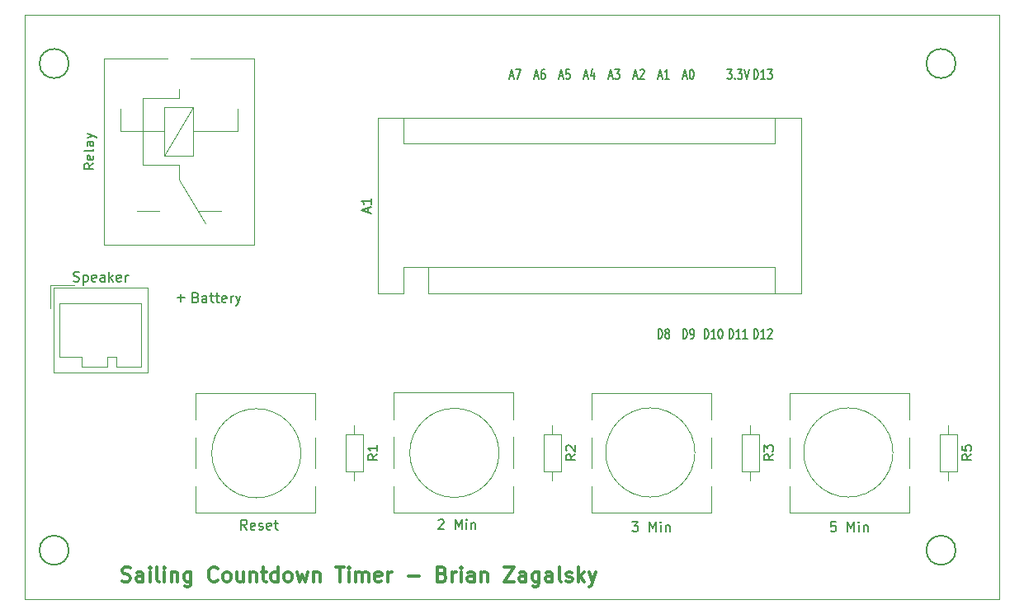
<source format=gbr>
%TF.GenerationSoftware,KiCad,Pcbnew,(6.0.7)*%
%TF.CreationDate,2023-03-20T00:03:39-04:00*%
%TF.ProjectId,timer,74696d65-722e-46b6-9963-61645f706362,rev?*%
%TF.SameCoordinates,Original*%
%TF.FileFunction,Legend,Top*%
%TF.FilePolarity,Positive*%
%FSLAX46Y46*%
G04 Gerber Fmt 4.6, Leading zero omitted, Abs format (unit mm)*
G04 Created by KiCad (PCBNEW (6.0.7)) date 2023-03-20 00:03:39*
%MOMM*%
%LPD*%
G01*
G04 APERTURE LIST*
%ADD10C,0.150000*%
%TA.AperFunction,Profile*%
%ADD11C,0.150000*%
%TD*%
%ADD12C,0.300000*%
%TA.AperFunction,Profile*%
%ADD13C,0.100000*%
%TD*%
%ADD14C,0.120000*%
G04 APERTURE END LIST*
D10*
X132639047Y-84069428D02*
X133400952Y-84069428D01*
X133020000Y-84450380D02*
X133020000Y-83688476D01*
D11*
X121500000Y-60000000D02*
G75*
G03*
X121500000Y-60000000I-1500000J0D01*
G01*
X212500000Y-60000000D02*
G75*
G03*
X212500000Y-60000000I-1500000J0D01*
G01*
D12*
X126971485Y-113154742D02*
X127185771Y-113226171D01*
X127542914Y-113226171D01*
X127685771Y-113154742D01*
X127757200Y-113083314D01*
X127828628Y-112940457D01*
X127828628Y-112797600D01*
X127757200Y-112654742D01*
X127685771Y-112583314D01*
X127542914Y-112511885D01*
X127257200Y-112440457D01*
X127114342Y-112369028D01*
X127042914Y-112297600D01*
X126971485Y-112154742D01*
X126971485Y-112011885D01*
X127042914Y-111869028D01*
X127114342Y-111797600D01*
X127257200Y-111726171D01*
X127614342Y-111726171D01*
X127828628Y-111797600D01*
X129114342Y-113226171D02*
X129114342Y-112440457D01*
X129042914Y-112297600D01*
X128900057Y-112226171D01*
X128614342Y-112226171D01*
X128471485Y-112297600D01*
X129114342Y-113154742D02*
X128971485Y-113226171D01*
X128614342Y-113226171D01*
X128471485Y-113154742D01*
X128400057Y-113011885D01*
X128400057Y-112869028D01*
X128471485Y-112726171D01*
X128614342Y-112654742D01*
X128971485Y-112654742D01*
X129114342Y-112583314D01*
X129828628Y-113226171D02*
X129828628Y-112226171D01*
X129828628Y-111726171D02*
X129757200Y-111797600D01*
X129828628Y-111869028D01*
X129900057Y-111797600D01*
X129828628Y-111726171D01*
X129828628Y-111869028D01*
X130757200Y-113226171D02*
X130614342Y-113154742D01*
X130542914Y-113011885D01*
X130542914Y-111726171D01*
X131328628Y-113226171D02*
X131328628Y-112226171D01*
X131328628Y-111726171D02*
X131257200Y-111797600D01*
X131328628Y-111869028D01*
X131400057Y-111797600D01*
X131328628Y-111726171D01*
X131328628Y-111869028D01*
X132042914Y-112226171D02*
X132042914Y-113226171D01*
X132042914Y-112369028D02*
X132114342Y-112297600D01*
X132257200Y-112226171D01*
X132471485Y-112226171D01*
X132614342Y-112297600D01*
X132685771Y-112440457D01*
X132685771Y-113226171D01*
X134042914Y-112226171D02*
X134042914Y-113440457D01*
X133971485Y-113583314D01*
X133900057Y-113654742D01*
X133757200Y-113726171D01*
X133542914Y-113726171D01*
X133400057Y-113654742D01*
X134042914Y-113154742D02*
X133900057Y-113226171D01*
X133614342Y-113226171D01*
X133471485Y-113154742D01*
X133400057Y-113083314D01*
X133328628Y-112940457D01*
X133328628Y-112511885D01*
X133400057Y-112369028D01*
X133471485Y-112297600D01*
X133614342Y-112226171D01*
X133900057Y-112226171D01*
X134042914Y-112297600D01*
X136757200Y-113083314D02*
X136685771Y-113154742D01*
X136471485Y-113226171D01*
X136328628Y-113226171D01*
X136114342Y-113154742D01*
X135971485Y-113011885D01*
X135900057Y-112869028D01*
X135828628Y-112583314D01*
X135828628Y-112369028D01*
X135900057Y-112083314D01*
X135971485Y-111940457D01*
X136114342Y-111797600D01*
X136328628Y-111726171D01*
X136471485Y-111726171D01*
X136685771Y-111797600D01*
X136757200Y-111869028D01*
X137614342Y-113226171D02*
X137471485Y-113154742D01*
X137400057Y-113083314D01*
X137328628Y-112940457D01*
X137328628Y-112511885D01*
X137400057Y-112369028D01*
X137471485Y-112297600D01*
X137614342Y-112226171D01*
X137828628Y-112226171D01*
X137971485Y-112297600D01*
X138042914Y-112369028D01*
X138114342Y-112511885D01*
X138114342Y-112940457D01*
X138042914Y-113083314D01*
X137971485Y-113154742D01*
X137828628Y-113226171D01*
X137614342Y-113226171D01*
X139400057Y-112226171D02*
X139400057Y-113226171D01*
X138757200Y-112226171D02*
X138757200Y-113011885D01*
X138828628Y-113154742D01*
X138971485Y-113226171D01*
X139185771Y-113226171D01*
X139328628Y-113154742D01*
X139400057Y-113083314D01*
X140114342Y-112226171D02*
X140114342Y-113226171D01*
X140114342Y-112369028D02*
X140185771Y-112297600D01*
X140328628Y-112226171D01*
X140542914Y-112226171D01*
X140685771Y-112297600D01*
X140757200Y-112440457D01*
X140757200Y-113226171D01*
X141257200Y-112226171D02*
X141828628Y-112226171D01*
X141471485Y-111726171D02*
X141471485Y-113011885D01*
X141542914Y-113154742D01*
X141685771Y-113226171D01*
X141828628Y-113226171D01*
X142971485Y-113226171D02*
X142971485Y-111726171D01*
X142971485Y-113154742D02*
X142828628Y-113226171D01*
X142542914Y-113226171D01*
X142400057Y-113154742D01*
X142328628Y-113083314D01*
X142257200Y-112940457D01*
X142257200Y-112511885D01*
X142328628Y-112369028D01*
X142400057Y-112297600D01*
X142542914Y-112226171D01*
X142828628Y-112226171D01*
X142971485Y-112297600D01*
X143900057Y-113226171D02*
X143757200Y-113154742D01*
X143685771Y-113083314D01*
X143614342Y-112940457D01*
X143614342Y-112511885D01*
X143685771Y-112369028D01*
X143757200Y-112297600D01*
X143900057Y-112226171D01*
X144114342Y-112226171D01*
X144257200Y-112297600D01*
X144328628Y-112369028D01*
X144400057Y-112511885D01*
X144400057Y-112940457D01*
X144328628Y-113083314D01*
X144257200Y-113154742D01*
X144114342Y-113226171D01*
X143900057Y-113226171D01*
X144900057Y-112226171D02*
X145185771Y-113226171D01*
X145471485Y-112511885D01*
X145757200Y-113226171D01*
X146042914Y-112226171D01*
X146614342Y-112226171D02*
X146614342Y-113226171D01*
X146614342Y-112369028D02*
X146685771Y-112297600D01*
X146828628Y-112226171D01*
X147042914Y-112226171D01*
X147185771Y-112297600D01*
X147257200Y-112440457D01*
X147257200Y-113226171D01*
X148900057Y-111726171D02*
X149757200Y-111726171D01*
X149328628Y-113226171D02*
X149328628Y-111726171D01*
X150257200Y-113226171D02*
X150257200Y-112226171D01*
X150257200Y-111726171D02*
X150185771Y-111797600D01*
X150257200Y-111869028D01*
X150328628Y-111797600D01*
X150257200Y-111726171D01*
X150257200Y-111869028D01*
X150971485Y-113226171D02*
X150971485Y-112226171D01*
X150971485Y-112369028D02*
X151042914Y-112297600D01*
X151185771Y-112226171D01*
X151400057Y-112226171D01*
X151542914Y-112297600D01*
X151614342Y-112440457D01*
X151614342Y-113226171D01*
X151614342Y-112440457D02*
X151685771Y-112297600D01*
X151828628Y-112226171D01*
X152042914Y-112226171D01*
X152185771Y-112297600D01*
X152257200Y-112440457D01*
X152257200Y-113226171D01*
X153542914Y-113154742D02*
X153400057Y-113226171D01*
X153114342Y-113226171D01*
X152971485Y-113154742D01*
X152900057Y-113011885D01*
X152900057Y-112440457D01*
X152971485Y-112297600D01*
X153114342Y-112226171D01*
X153400057Y-112226171D01*
X153542914Y-112297600D01*
X153614342Y-112440457D01*
X153614342Y-112583314D01*
X152900057Y-112726171D01*
X154257200Y-113226171D02*
X154257200Y-112226171D01*
X154257200Y-112511885D02*
X154328628Y-112369028D01*
X154400057Y-112297600D01*
X154542914Y-112226171D01*
X154685771Y-112226171D01*
X156328628Y-112654742D02*
X157471485Y-112654742D01*
X159828628Y-112440457D02*
X160042914Y-112511885D01*
X160114342Y-112583314D01*
X160185771Y-112726171D01*
X160185771Y-112940457D01*
X160114342Y-113083314D01*
X160042914Y-113154742D01*
X159900057Y-113226171D01*
X159328628Y-113226171D01*
X159328628Y-111726171D01*
X159828628Y-111726171D01*
X159971485Y-111797600D01*
X160042914Y-111869028D01*
X160114342Y-112011885D01*
X160114342Y-112154742D01*
X160042914Y-112297600D01*
X159971485Y-112369028D01*
X159828628Y-112440457D01*
X159328628Y-112440457D01*
X160828628Y-113226171D02*
X160828628Y-112226171D01*
X160828628Y-112511885D02*
X160900057Y-112369028D01*
X160971485Y-112297600D01*
X161114342Y-112226171D01*
X161257200Y-112226171D01*
X161757200Y-113226171D02*
X161757200Y-112226171D01*
X161757200Y-111726171D02*
X161685771Y-111797600D01*
X161757200Y-111869028D01*
X161828628Y-111797600D01*
X161757200Y-111726171D01*
X161757200Y-111869028D01*
X163114342Y-113226171D02*
X163114342Y-112440457D01*
X163042914Y-112297600D01*
X162900057Y-112226171D01*
X162614342Y-112226171D01*
X162471485Y-112297600D01*
X163114342Y-113154742D02*
X162971485Y-113226171D01*
X162614342Y-113226171D01*
X162471485Y-113154742D01*
X162400057Y-113011885D01*
X162400057Y-112869028D01*
X162471485Y-112726171D01*
X162614342Y-112654742D01*
X162971485Y-112654742D01*
X163114342Y-112583314D01*
X163828628Y-112226171D02*
X163828628Y-113226171D01*
X163828628Y-112369028D02*
X163900057Y-112297600D01*
X164042914Y-112226171D01*
X164257200Y-112226171D01*
X164400057Y-112297600D01*
X164471485Y-112440457D01*
X164471485Y-113226171D01*
X166185771Y-111726171D02*
X167185771Y-111726171D01*
X166185771Y-113226171D01*
X167185771Y-113226171D01*
X168400057Y-113226171D02*
X168400057Y-112440457D01*
X168328628Y-112297600D01*
X168185771Y-112226171D01*
X167900057Y-112226171D01*
X167757200Y-112297600D01*
X168400057Y-113154742D02*
X168257200Y-113226171D01*
X167900057Y-113226171D01*
X167757200Y-113154742D01*
X167685771Y-113011885D01*
X167685771Y-112869028D01*
X167757200Y-112726171D01*
X167900057Y-112654742D01*
X168257200Y-112654742D01*
X168400057Y-112583314D01*
X169757200Y-112226171D02*
X169757200Y-113440457D01*
X169685771Y-113583314D01*
X169614342Y-113654742D01*
X169471485Y-113726171D01*
X169257200Y-113726171D01*
X169114342Y-113654742D01*
X169757200Y-113154742D02*
X169614342Y-113226171D01*
X169328628Y-113226171D01*
X169185771Y-113154742D01*
X169114342Y-113083314D01*
X169042914Y-112940457D01*
X169042914Y-112511885D01*
X169114342Y-112369028D01*
X169185771Y-112297600D01*
X169328628Y-112226171D01*
X169614342Y-112226171D01*
X169757200Y-112297600D01*
X171114342Y-113226171D02*
X171114342Y-112440457D01*
X171042914Y-112297600D01*
X170900057Y-112226171D01*
X170614342Y-112226171D01*
X170471485Y-112297600D01*
X171114342Y-113154742D02*
X170971485Y-113226171D01*
X170614342Y-113226171D01*
X170471485Y-113154742D01*
X170400057Y-113011885D01*
X170400057Y-112869028D01*
X170471485Y-112726171D01*
X170614342Y-112654742D01*
X170971485Y-112654742D01*
X171114342Y-112583314D01*
X172042914Y-113226171D02*
X171900057Y-113154742D01*
X171828628Y-113011885D01*
X171828628Y-111726171D01*
X172542914Y-113154742D02*
X172685771Y-113226171D01*
X172971485Y-113226171D01*
X173114342Y-113154742D01*
X173185771Y-113011885D01*
X173185771Y-112940457D01*
X173114342Y-112797600D01*
X172971485Y-112726171D01*
X172757200Y-112726171D01*
X172614342Y-112654742D01*
X172542914Y-112511885D01*
X172542914Y-112440457D01*
X172614342Y-112297600D01*
X172757200Y-112226171D01*
X172971485Y-112226171D01*
X173114342Y-112297600D01*
X173828628Y-113226171D02*
X173828628Y-111726171D01*
X173971485Y-112654742D02*
X174400057Y-113226171D01*
X174400057Y-112226171D02*
X173828628Y-112797600D01*
X174900057Y-112226171D02*
X175257200Y-113226171D01*
X175614342Y-112226171D02*
X175257200Y-113226171D01*
X175114342Y-113583314D01*
X175042914Y-113654742D01*
X174900057Y-113726171D01*
D11*
X121500000Y-110000000D02*
G75*
G03*
X121500000Y-110000000I-1500000J0D01*
G01*
D13*
X117000000Y-55000000D02*
X217000000Y-55000000D01*
X217000000Y-55000000D02*
X217000000Y-115000000D01*
X217000000Y-115000000D02*
X117000000Y-115000000D01*
X117000000Y-115000000D02*
X117000000Y-55000000D01*
D11*
X212500000Y-110000000D02*
G75*
G03*
X212500000Y-110000000I-1500000J0D01*
G01*
D10*
%TO.C,3.3V*%
X189062857Y-60590380D02*
X189527142Y-60590380D01*
X189277142Y-60971333D01*
X189384285Y-60971333D01*
X189455714Y-61018952D01*
X189491428Y-61066571D01*
X189527142Y-61161809D01*
X189527142Y-61399904D01*
X189491428Y-61495142D01*
X189455714Y-61542761D01*
X189384285Y-61590380D01*
X189170000Y-61590380D01*
X189098571Y-61542761D01*
X189062857Y-61495142D01*
X189848571Y-61495142D02*
X189884285Y-61542761D01*
X189848571Y-61590380D01*
X189812857Y-61542761D01*
X189848571Y-61495142D01*
X189848571Y-61590380D01*
X190134285Y-60590380D02*
X190598571Y-60590380D01*
X190348571Y-60971333D01*
X190455714Y-60971333D01*
X190527142Y-61018952D01*
X190562857Y-61066571D01*
X190598571Y-61161809D01*
X190598571Y-61399904D01*
X190562857Y-61495142D01*
X190527142Y-61542761D01*
X190455714Y-61590380D01*
X190241428Y-61590380D01*
X190170000Y-61542761D01*
X190134285Y-61495142D01*
X190812857Y-60590380D02*
X191062857Y-61590380D01*
X191312857Y-60590380D01*
%TO.C,D13*%
X191799285Y-61590380D02*
X191799285Y-60590380D01*
X191977857Y-60590380D01*
X192085000Y-60638000D01*
X192156428Y-60733238D01*
X192192142Y-60828476D01*
X192227857Y-61018952D01*
X192227857Y-61161809D01*
X192192142Y-61352285D01*
X192156428Y-61447523D01*
X192085000Y-61542761D01*
X191977857Y-61590380D01*
X191799285Y-61590380D01*
X192942142Y-61590380D02*
X192513571Y-61590380D01*
X192727857Y-61590380D02*
X192727857Y-60590380D01*
X192656428Y-60733238D01*
X192585000Y-60828476D01*
X192513571Y-60876095D01*
X193192142Y-60590380D02*
X193656428Y-60590380D01*
X193406428Y-60971333D01*
X193513571Y-60971333D01*
X193585000Y-61018952D01*
X193620714Y-61066571D01*
X193656428Y-61161809D01*
X193656428Y-61399904D01*
X193620714Y-61495142D01*
X193585000Y-61542761D01*
X193513571Y-61590380D01*
X193299285Y-61590380D01*
X193227857Y-61542761D01*
X193192142Y-61495142D01*
%TO.C,A1*%
X182014285Y-61304666D02*
X182371428Y-61304666D01*
X181942857Y-61590380D02*
X182192857Y-60590380D01*
X182442857Y-61590380D01*
X183085714Y-61590380D02*
X182657142Y-61590380D01*
X182871428Y-61590380D02*
X182871428Y-60590380D01*
X182800000Y-60733238D01*
X182728571Y-60828476D01*
X182657142Y-60876095D01*
%TO.C,A0*%
X184554285Y-61304666D02*
X184911428Y-61304666D01*
X184482857Y-61590380D02*
X184732857Y-60590380D01*
X184982857Y-61590380D01*
X185375714Y-60590380D02*
X185447142Y-60590380D01*
X185518571Y-60638000D01*
X185554285Y-60685619D01*
X185590000Y-60780857D01*
X185625714Y-60971333D01*
X185625714Y-61209428D01*
X185590000Y-61399904D01*
X185554285Y-61495142D01*
X185518571Y-61542761D01*
X185447142Y-61590380D01*
X185375714Y-61590380D01*
X185304285Y-61542761D01*
X185268571Y-61495142D01*
X185232857Y-61399904D01*
X185197142Y-61209428D01*
X185197142Y-60971333D01*
X185232857Y-60780857D01*
X185268571Y-60685619D01*
X185304285Y-60638000D01*
X185375714Y-60590380D01*
%TO.C,A2*%
X179474285Y-61304666D02*
X179831428Y-61304666D01*
X179402857Y-61590380D02*
X179652857Y-60590380D01*
X179902857Y-61590380D01*
X180117142Y-60685619D02*
X180152857Y-60638000D01*
X180224285Y-60590380D01*
X180402857Y-60590380D01*
X180474285Y-60638000D01*
X180510000Y-60685619D01*
X180545714Y-60780857D01*
X180545714Y-60876095D01*
X180510000Y-61018952D01*
X180081428Y-61590380D01*
X180545714Y-61590380D01*
%TO.C,A4*%
X174394285Y-61304666D02*
X174751428Y-61304666D01*
X174322857Y-61590380D02*
X174572857Y-60590380D01*
X174822857Y-61590380D01*
X175394285Y-60923714D02*
X175394285Y-61590380D01*
X175215714Y-60542761D02*
X175037142Y-61257047D01*
X175501428Y-61257047D01*
%TO.C,A6*%
X169314285Y-61304666D02*
X169671428Y-61304666D01*
X169242857Y-61590380D02*
X169492857Y-60590380D01*
X169742857Y-61590380D01*
X170314285Y-60590380D02*
X170171428Y-60590380D01*
X170100000Y-60638000D01*
X170064285Y-60685619D01*
X169992857Y-60828476D01*
X169957142Y-61018952D01*
X169957142Y-61399904D01*
X169992857Y-61495142D01*
X170028571Y-61542761D01*
X170100000Y-61590380D01*
X170242857Y-61590380D01*
X170314285Y-61542761D01*
X170350000Y-61495142D01*
X170385714Y-61399904D01*
X170385714Y-61161809D01*
X170350000Y-61066571D01*
X170314285Y-61018952D01*
X170242857Y-60971333D01*
X170100000Y-60971333D01*
X170028571Y-61018952D01*
X169992857Y-61066571D01*
X169957142Y-61161809D01*
%TO.C,A3*%
X176934285Y-61304666D02*
X177291428Y-61304666D01*
X176862857Y-61590380D02*
X177112857Y-60590380D01*
X177362857Y-61590380D01*
X177541428Y-60590380D02*
X178005714Y-60590380D01*
X177755714Y-60971333D01*
X177862857Y-60971333D01*
X177934285Y-61018952D01*
X177970000Y-61066571D01*
X178005714Y-61161809D01*
X178005714Y-61399904D01*
X177970000Y-61495142D01*
X177934285Y-61542761D01*
X177862857Y-61590380D01*
X177648571Y-61590380D01*
X177577142Y-61542761D01*
X177541428Y-61495142D01*
%TO.C,A5*%
X171854285Y-61304666D02*
X172211428Y-61304666D01*
X171782857Y-61590380D02*
X172032857Y-60590380D01*
X172282857Y-61590380D01*
X172890000Y-60590380D02*
X172532857Y-60590380D01*
X172497142Y-61066571D01*
X172532857Y-61018952D01*
X172604285Y-60971333D01*
X172782857Y-60971333D01*
X172854285Y-61018952D01*
X172890000Y-61066571D01*
X172925714Y-61161809D01*
X172925714Y-61399904D01*
X172890000Y-61495142D01*
X172854285Y-61542761D01*
X172782857Y-61590380D01*
X172604285Y-61590380D01*
X172532857Y-61542761D01*
X172497142Y-61495142D01*
%TO.C,A7*%
X166774285Y-61304666D02*
X167131428Y-61304666D01*
X166702857Y-61590380D02*
X166952857Y-60590380D01*
X167202857Y-61590380D01*
X167381428Y-60590380D02*
X167881428Y-60590380D01*
X167560000Y-61590380D01*
%TO.C,D12*%
X191799285Y-88260380D02*
X191799285Y-87260380D01*
X191977857Y-87260380D01*
X192085000Y-87308000D01*
X192156428Y-87403238D01*
X192192142Y-87498476D01*
X192227857Y-87688952D01*
X192227857Y-87831809D01*
X192192142Y-88022285D01*
X192156428Y-88117523D01*
X192085000Y-88212761D01*
X191977857Y-88260380D01*
X191799285Y-88260380D01*
X192942142Y-88260380D02*
X192513571Y-88260380D01*
X192727857Y-88260380D02*
X192727857Y-87260380D01*
X192656428Y-87403238D01*
X192585000Y-87498476D01*
X192513571Y-87546095D01*
X193227857Y-87355619D02*
X193263571Y-87308000D01*
X193335000Y-87260380D01*
X193513571Y-87260380D01*
X193585000Y-87308000D01*
X193620714Y-87355619D01*
X193656428Y-87450857D01*
X193656428Y-87546095D01*
X193620714Y-87688952D01*
X193192142Y-88260380D01*
X193656428Y-88260380D01*
%TO.C,D11*%
X189259285Y-88260380D02*
X189259285Y-87260380D01*
X189437857Y-87260380D01*
X189545000Y-87308000D01*
X189616428Y-87403238D01*
X189652142Y-87498476D01*
X189687857Y-87688952D01*
X189687857Y-87831809D01*
X189652142Y-88022285D01*
X189616428Y-88117523D01*
X189545000Y-88212761D01*
X189437857Y-88260380D01*
X189259285Y-88260380D01*
X190402142Y-88260380D02*
X189973571Y-88260380D01*
X190187857Y-88260380D02*
X190187857Y-87260380D01*
X190116428Y-87403238D01*
X190045000Y-87498476D01*
X189973571Y-87546095D01*
X191116428Y-88260380D02*
X190687857Y-88260380D01*
X190902142Y-88260380D02*
X190902142Y-87260380D01*
X190830714Y-87403238D01*
X190759285Y-87498476D01*
X190687857Y-87546095D01*
%TO.C,D10*%
X186719285Y-88260380D02*
X186719285Y-87260380D01*
X186897857Y-87260380D01*
X187005000Y-87308000D01*
X187076428Y-87403238D01*
X187112142Y-87498476D01*
X187147857Y-87688952D01*
X187147857Y-87831809D01*
X187112142Y-88022285D01*
X187076428Y-88117523D01*
X187005000Y-88212761D01*
X186897857Y-88260380D01*
X186719285Y-88260380D01*
X187862142Y-88260380D02*
X187433571Y-88260380D01*
X187647857Y-88260380D02*
X187647857Y-87260380D01*
X187576428Y-87403238D01*
X187505000Y-87498476D01*
X187433571Y-87546095D01*
X188326428Y-87260380D02*
X188397857Y-87260380D01*
X188469285Y-87308000D01*
X188505000Y-87355619D01*
X188540714Y-87450857D01*
X188576428Y-87641333D01*
X188576428Y-87879428D01*
X188540714Y-88069904D01*
X188505000Y-88165142D01*
X188469285Y-88212761D01*
X188397857Y-88260380D01*
X188326428Y-88260380D01*
X188255000Y-88212761D01*
X188219285Y-88165142D01*
X188183571Y-88069904D01*
X188147857Y-87879428D01*
X188147857Y-87641333D01*
X188183571Y-87450857D01*
X188219285Y-87355619D01*
X188255000Y-87308000D01*
X188326428Y-87260380D01*
%TO.C,D9*%
X184536428Y-88260380D02*
X184536428Y-87260380D01*
X184715000Y-87260380D01*
X184822142Y-87308000D01*
X184893571Y-87403238D01*
X184929285Y-87498476D01*
X184965000Y-87688952D01*
X184965000Y-87831809D01*
X184929285Y-88022285D01*
X184893571Y-88117523D01*
X184822142Y-88212761D01*
X184715000Y-88260380D01*
X184536428Y-88260380D01*
X185322142Y-88260380D02*
X185465000Y-88260380D01*
X185536428Y-88212761D01*
X185572142Y-88165142D01*
X185643571Y-88022285D01*
X185679285Y-87831809D01*
X185679285Y-87450857D01*
X185643571Y-87355619D01*
X185607857Y-87308000D01*
X185536428Y-87260380D01*
X185393571Y-87260380D01*
X185322142Y-87308000D01*
X185286428Y-87355619D01*
X185250714Y-87450857D01*
X185250714Y-87688952D01*
X185286428Y-87784190D01*
X185322142Y-87831809D01*
X185393571Y-87879428D01*
X185536428Y-87879428D01*
X185607857Y-87831809D01*
X185643571Y-87784190D01*
X185679285Y-87688952D01*
%TO.C,D8*%
X181996428Y-88260380D02*
X181996428Y-87260380D01*
X182175000Y-87260380D01*
X182282142Y-87308000D01*
X182353571Y-87403238D01*
X182389285Y-87498476D01*
X182425000Y-87688952D01*
X182425000Y-87831809D01*
X182389285Y-88022285D01*
X182353571Y-88117523D01*
X182282142Y-88212761D01*
X182175000Y-88260380D01*
X181996428Y-88260380D01*
X182853571Y-87688952D02*
X182782142Y-87641333D01*
X182746428Y-87593714D01*
X182710714Y-87498476D01*
X182710714Y-87450857D01*
X182746428Y-87355619D01*
X182782142Y-87308000D01*
X182853571Y-87260380D01*
X182996428Y-87260380D01*
X183067857Y-87308000D01*
X183103571Y-87355619D01*
X183139285Y-87450857D01*
X183139285Y-87498476D01*
X183103571Y-87593714D01*
X183067857Y-87641333D01*
X182996428Y-87688952D01*
X182853571Y-87688952D01*
X182782142Y-87736571D01*
X182746428Y-87784190D01*
X182710714Y-87879428D01*
X182710714Y-88069904D01*
X182746428Y-88165142D01*
X182782142Y-88212761D01*
X182853571Y-88260380D01*
X182996428Y-88260380D01*
X183067857Y-88212761D01*
X183103571Y-88165142D01*
X183139285Y-88069904D01*
X183139285Y-87879428D01*
X183103571Y-87784190D01*
X183067857Y-87736571D01*
X182996428Y-87688952D01*
%TO.C,Relay*%
X124052380Y-70264285D02*
X123576190Y-70597619D01*
X124052380Y-70835714D02*
X123052380Y-70835714D01*
X123052380Y-70454761D01*
X123100000Y-70359523D01*
X123147619Y-70311904D01*
X123242857Y-70264285D01*
X123385714Y-70264285D01*
X123480952Y-70311904D01*
X123528571Y-70359523D01*
X123576190Y-70454761D01*
X123576190Y-70835714D01*
X124004761Y-69454761D02*
X124052380Y-69550000D01*
X124052380Y-69740476D01*
X124004761Y-69835714D01*
X123909523Y-69883333D01*
X123528571Y-69883333D01*
X123433333Y-69835714D01*
X123385714Y-69740476D01*
X123385714Y-69550000D01*
X123433333Y-69454761D01*
X123528571Y-69407142D01*
X123623809Y-69407142D01*
X123719047Y-69883333D01*
X124052380Y-68835714D02*
X124004761Y-68930952D01*
X123909523Y-68978571D01*
X123052380Y-68978571D01*
X124052380Y-68026190D02*
X123528571Y-68026190D01*
X123433333Y-68073809D01*
X123385714Y-68169047D01*
X123385714Y-68359523D01*
X123433333Y-68454761D01*
X124004761Y-68026190D02*
X124052380Y-68121428D01*
X124052380Y-68359523D01*
X124004761Y-68454761D01*
X123909523Y-68502380D01*
X123814285Y-68502380D01*
X123719047Y-68454761D01*
X123671428Y-68359523D01*
X123671428Y-68121428D01*
X123623809Y-68026190D01*
X123385714Y-67645238D02*
X124052380Y-67407142D01*
X123385714Y-67169047D02*
X124052380Y-67407142D01*
X124290476Y-67502380D01*
X124338095Y-67550000D01*
X124385714Y-67645238D01*
%TO.C,A1*%
X152236666Y-75304285D02*
X152236666Y-74828095D01*
X152522380Y-75399523D02*
X151522380Y-75066190D01*
X152522380Y-74732857D01*
X152522380Y-73875714D02*
X152522380Y-74447142D01*
X152522380Y-74161428D02*
X151522380Y-74161428D01*
X151665238Y-74256666D01*
X151760476Y-74351904D01*
X151808095Y-74447142D01*
%TO.C,Battery*%
X134548571Y-84028571D02*
X134691428Y-84076190D01*
X134739047Y-84123809D01*
X134786666Y-84219047D01*
X134786666Y-84361904D01*
X134739047Y-84457142D01*
X134691428Y-84504761D01*
X134596190Y-84552380D01*
X134215238Y-84552380D01*
X134215238Y-83552380D01*
X134548571Y-83552380D01*
X134643809Y-83600000D01*
X134691428Y-83647619D01*
X134739047Y-83742857D01*
X134739047Y-83838095D01*
X134691428Y-83933333D01*
X134643809Y-83980952D01*
X134548571Y-84028571D01*
X134215238Y-84028571D01*
X135643809Y-84552380D02*
X135643809Y-84028571D01*
X135596190Y-83933333D01*
X135500952Y-83885714D01*
X135310476Y-83885714D01*
X135215238Y-83933333D01*
X135643809Y-84504761D02*
X135548571Y-84552380D01*
X135310476Y-84552380D01*
X135215238Y-84504761D01*
X135167619Y-84409523D01*
X135167619Y-84314285D01*
X135215238Y-84219047D01*
X135310476Y-84171428D01*
X135548571Y-84171428D01*
X135643809Y-84123809D01*
X135977142Y-83885714D02*
X136358095Y-83885714D01*
X136120000Y-83552380D02*
X136120000Y-84409523D01*
X136167619Y-84504761D01*
X136262857Y-84552380D01*
X136358095Y-84552380D01*
X136548571Y-83885714D02*
X136929523Y-83885714D01*
X136691428Y-83552380D02*
X136691428Y-84409523D01*
X136739047Y-84504761D01*
X136834285Y-84552380D01*
X136929523Y-84552380D01*
X137643809Y-84504761D02*
X137548571Y-84552380D01*
X137358095Y-84552380D01*
X137262857Y-84504761D01*
X137215238Y-84409523D01*
X137215238Y-84028571D01*
X137262857Y-83933333D01*
X137358095Y-83885714D01*
X137548571Y-83885714D01*
X137643809Y-83933333D01*
X137691428Y-84028571D01*
X137691428Y-84123809D01*
X137215238Y-84219047D01*
X138120000Y-84552380D02*
X138120000Y-83885714D01*
X138120000Y-84076190D02*
X138167619Y-83980952D01*
X138215238Y-83933333D01*
X138310476Y-83885714D01*
X138405714Y-83885714D01*
X138643809Y-83885714D02*
X138881904Y-84552380D01*
X139120000Y-83885714D02*
X138881904Y-84552380D01*
X138786666Y-84790476D01*
X138739047Y-84838095D01*
X138643809Y-84885714D01*
%TO.C,SW4*%
X200195238Y-107072380D02*
X199719047Y-107072380D01*
X199671428Y-107548571D01*
X199719047Y-107500952D01*
X199814285Y-107453333D01*
X200052380Y-107453333D01*
X200147619Y-107500952D01*
X200195238Y-107548571D01*
X200242857Y-107643809D01*
X200242857Y-107881904D01*
X200195238Y-107977142D01*
X200147619Y-108024761D01*
X200052380Y-108072380D01*
X199814285Y-108072380D01*
X199719047Y-108024761D01*
X199671428Y-107977142D01*
X201433333Y-108072380D02*
X201433333Y-107072380D01*
X201766666Y-107786666D01*
X202100000Y-107072380D01*
X202100000Y-108072380D01*
X202576190Y-108072380D02*
X202576190Y-107405714D01*
X202576190Y-107072380D02*
X202528571Y-107120000D01*
X202576190Y-107167619D01*
X202623809Y-107120000D01*
X202576190Y-107072380D01*
X202576190Y-107167619D01*
X203052380Y-107405714D02*
X203052380Y-108072380D01*
X203052380Y-107500952D02*
X203100000Y-107453333D01*
X203195238Y-107405714D01*
X203338095Y-107405714D01*
X203433333Y-107453333D01*
X203480952Y-107548571D01*
X203480952Y-108072380D01*
%TO.C,SW3*%
X179303809Y-107072380D02*
X179922857Y-107072380D01*
X179589523Y-107453333D01*
X179732380Y-107453333D01*
X179827619Y-107500952D01*
X179875238Y-107548571D01*
X179922857Y-107643809D01*
X179922857Y-107881904D01*
X179875238Y-107977142D01*
X179827619Y-108024761D01*
X179732380Y-108072380D01*
X179446666Y-108072380D01*
X179351428Y-108024761D01*
X179303809Y-107977142D01*
X181113333Y-108072380D02*
X181113333Y-107072380D01*
X181446666Y-107786666D01*
X181780000Y-107072380D01*
X181780000Y-108072380D01*
X182256190Y-108072380D02*
X182256190Y-107405714D01*
X182256190Y-107072380D02*
X182208571Y-107120000D01*
X182256190Y-107167619D01*
X182303809Y-107120000D01*
X182256190Y-107072380D01*
X182256190Y-107167619D01*
X182732380Y-107405714D02*
X182732380Y-108072380D01*
X182732380Y-107500952D02*
X182780000Y-107453333D01*
X182875238Y-107405714D01*
X183018095Y-107405714D01*
X183113333Y-107453333D01*
X183160952Y-107548571D01*
X183160952Y-108072380D01*
%TO.C,SW2*%
X159411428Y-106937619D02*
X159459047Y-106890000D01*
X159554285Y-106842380D01*
X159792380Y-106842380D01*
X159887619Y-106890000D01*
X159935238Y-106937619D01*
X159982857Y-107032857D01*
X159982857Y-107128095D01*
X159935238Y-107270952D01*
X159363809Y-107842380D01*
X159982857Y-107842380D01*
X161173333Y-107842380D02*
X161173333Y-106842380D01*
X161506666Y-107556666D01*
X161840000Y-106842380D01*
X161840000Y-107842380D01*
X162316190Y-107842380D02*
X162316190Y-107175714D01*
X162316190Y-106842380D02*
X162268571Y-106890000D01*
X162316190Y-106937619D01*
X162363809Y-106890000D01*
X162316190Y-106842380D01*
X162316190Y-106937619D01*
X162792380Y-107175714D02*
X162792380Y-107842380D01*
X162792380Y-107270952D02*
X162840000Y-107223333D01*
X162935238Y-107175714D01*
X163078095Y-107175714D01*
X163173333Y-107223333D01*
X163220952Y-107318571D01*
X163220952Y-107842380D01*
%TO.C,SW1*%
X139781904Y-107882380D02*
X139448571Y-107406190D01*
X139210476Y-107882380D02*
X139210476Y-106882380D01*
X139591428Y-106882380D01*
X139686666Y-106930000D01*
X139734285Y-106977619D01*
X139781904Y-107072857D01*
X139781904Y-107215714D01*
X139734285Y-107310952D01*
X139686666Y-107358571D01*
X139591428Y-107406190D01*
X139210476Y-107406190D01*
X140591428Y-107834761D02*
X140496190Y-107882380D01*
X140305714Y-107882380D01*
X140210476Y-107834761D01*
X140162857Y-107739523D01*
X140162857Y-107358571D01*
X140210476Y-107263333D01*
X140305714Y-107215714D01*
X140496190Y-107215714D01*
X140591428Y-107263333D01*
X140639047Y-107358571D01*
X140639047Y-107453809D01*
X140162857Y-107549047D01*
X141020000Y-107834761D02*
X141115238Y-107882380D01*
X141305714Y-107882380D01*
X141400952Y-107834761D01*
X141448571Y-107739523D01*
X141448571Y-107691904D01*
X141400952Y-107596666D01*
X141305714Y-107549047D01*
X141162857Y-107549047D01*
X141067619Y-107501428D01*
X141020000Y-107406190D01*
X141020000Y-107358571D01*
X141067619Y-107263333D01*
X141162857Y-107215714D01*
X141305714Y-107215714D01*
X141400952Y-107263333D01*
X142258095Y-107834761D02*
X142162857Y-107882380D01*
X141972380Y-107882380D01*
X141877142Y-107834761D01*
X141829523Y-107739523D01*
X141829523Y-107358571D01*
X141877142Y-107263333D01*
X141972380Y-107215714D01*
X142162857Y-107215714D01*
X142258095Y-107263333D01*
X142305714Y-107358571D01*
X142305714Y-107453809D01*
X141829523Y-107549047D01*
X142591428Y-107215714D02*
X142972380Y-107215714D01*
X142734285Y-106882380D02*
X142734285Y-107739523D01*
X142781904Y-107834761D01*
X142877142Y-107882380D01*
X142972380Y-107882380D01*
%TO.C,R5*%
X214132380Y-100166666D02*
X213656190Y-100500000D01*
X214132380Y-100738095D02*
X213132380Y-100738095D01*
X213132380Y-100357142D01*
X213180000Y-100261904D01*
X213227619Y-100214285D01*
X213322857Y-100166666D01*
X213465714Y-100166666D01*
X213560952Y-100214285D01*
X213608571Y-100261904D01*
X213656190Y-100357142D01*
X213656190Y-100738095D01*
X213132380Y-99261904D02*
X213132380Y-99738095D01*
X213608571Y-99785714D01*
X213560952Y-99738095D01*
X213513333Y-99642857D01*
X213513333Y-99404761D01*
X213560952Y-99309523D01*
X213608571Y-99261904D01*
X213703809Y-99214285D01*
X213941904Y-99214285D01*
X214037142Y-99261904D01*
X214084761Y-99309523D01*
X214132380Y-99404761D01*
X214132380Y-99642857D01*
X214084761Y-99738095D01*
X214037142Y-99785714D01*
%TO.C,R3*%
X193812380Y-100166666D02*
X193336190Y-100500000D01*
X193812380Y-100738095D02*
X192812380Y-100738095D01*
X192812380Y-100357142D01*
X192860000Y-100261904D01*
X192907619Y-100214285D01*
X193002857Y-100166666D01*
X193145714Y-100166666D01*
X193240952Y-100214285D01*
X193288571Y-100261904D01*
X193336190Y-100357142D01*
X193336190Y-100738095D01*
X192812380Y-99833333D02*
X192812380Y-99214285D01*
X193193333Y-99547619D01*
X193193333Y-99404761D01*
X193240952Y-99309523D01*
X193288571Y-99261904D01*
X193383809Y-99214285D01*
X193621904Y-99214285D01*
X193717142Y-99261904D01*
X193764761Y-99309523D01*
X193812380Y-99404761D01*
X193812380Y-99690476D01*
X193764761Y-99785714D01*
X193717142Y-99833333D01*
%TO.C,R2*%
X173492380Y-100166666D02*
X173016190Y-100500000D01*
X173492380Y-100738095D02*
X172492380Y-100738095D01*
X172492380Y-100357142D01*
X172540000Y-100261904D01*
X172587619Y-100214285D01*
X172682857Y-100166666D01*
X172825714Y-100166666D01*
X172920952Y-100214285D01*
X172968571Y-100261904D01*
X173016190Y-100357142D01*
X173016190Y-100738095D01*
X172587619Y-99785714D02*
X172540000Y-99738095D01*
X172492380Y-99642857D01*
X172492380Y-99404761D01*
X172540000Y-99309523D01*
X172587619Y-99261904D01*
X172682857Y-99214285D01*
X172778095Y-99214285D01*
X172920952Y-99261904D01*
X173492380Y-99833333D01*
X173492380Y-99214285D01*
%TO.C,R1*%
X153172380Y-100166666D02*
X152696190Y-100500000D01*
X153172380Y-100738095D02*
X152172380Y-100738095D01*
X152172380Y-100357142D01*
X152220000Y-100261904D01*
X152267619Y-100214285D01*
X152362857Y-100166666D01*
X152505714Y-100166666D01*
X152600952Y-100214285D01*
X152648571Y-100261904D01*
X152696190Y-100357142D01*
X152696190Y-100738095D01*
X153172380Y-99214285D02*
X153172380Y-99785714D01*
X153172380Y-99500000D02*
X152172380Y-99500000D01*
X152315238Y-99595238D01*
X152410476Y-99690476D01*
X152458095Y-99785714D01*
%TO.C,Speaker*%
X121998095Y-82354761D02*
X122140952Y-82402380D01*
X122379047Y-82402380D01*
X122474285Y-82354761D01*
X122521904Y-82307142D01*
X122569523Y-82211904D01*
X122569523Y-82116666D01*
X122521904Y-82021428D01*
X122474285Y-81973809D01*
X122379047Y-81926190D01*
X122188571Y-81878571D01*
X122093333Y-81830952D01*
X122045714Y-81783333D01*
X121998095Y-81688095D01*
X121998095Y-81592857D01*
X122045714Y-81497619D01*
X122093333Y-81450000D01*
X122188571Y-81402380D01*
X122426666Y-81402380D01*
X122569523Y-81450000D01*
X122998095Y-81735714D02*
X122998095Y-82735714D01*
X122998095Y-81783333D02*
X123093333Y-81735714D01*
X123283809Y-81735714D01*
X123379047Y-81783333D01*
X123426666Y-81830952D01*
X123474285Y-81926190D01*
X123474285Y-82211904D01*
X123426666Y-82307142D01*
X123379047Y-82354761D01*
X123283809Y-82402380D01*
X123093333Y-82402380D01*
X122998095Y-82354761D01*
X124283809Y-82354761D02*
X124188571Y-82402380D01*
X123998095Y-82402380D01*
X123902857Y-82354761D01*
X123855238Y-82259523D01*
X123855238Y-81878571D01*
X123902857Y-81783333D01*
X123998095Y-81735714D01*
X124188571Y-81735714D01*
X124283809Y-81783333D01*
X124331428Y-81878571D01*
X124331428Y-81973809D01*
X123855238Y-82069047D01*
X125188571Y-82402380D02*
X125188571Y-81878571D01*
X125140952Y-81783333D01*
X125045714Y-81735714D01*
X124855238Y-81735714D01*
X124760000Y-81783333D01*
X125188571Y-82354761D02*
X125093333Y-82402380D01*
X124855238Y-82402380D01*
X124760000Y-82354761D01*
X124712380Y-82259523D01*
X124712380Y-82164285D01*
X124760000Y-82069047D01*
X124855238Y-82021428D01*
X125093333Y-82021428D01*
X125188571Y-81973809D01*
X125664761Y-82402380D02*
X125664761Y-81402380D01*
X125760000Y-82021428D02*
X126045714Y-82402380D01*
X126045714Y-81735714D02*
X125664761Y-82116666D01*
X126855238Y-82354761D02*
X126760000Y-82402380D01*
X126569523Y-82402380D01*
X126474285Y-82354761D01*
X126426666Y-82259523D01*
X126426666Y-81878571D01*
X126474285Y-81783333D01*
X126569523Y-81735714D01*
X126760000Y-81735714D01*
X126855238Y-81783333D01*
X126902857Y-81878571D01*
X126902857Y-81973809D01*
X126426666Y-82069047D01*
X127331428Y-82402380D02*
X127331428Y-81735714D01*
X127331428Y-81926190D02*
X127379047Y-81830952D01*
X127426666Y-81783333D01*
X127521904Y-81735714D01*
X127617142Y-81735714D01*
D14*
%TO.C,Relay*%
X134300000Y-64450000D02*
X134300000Y-69450000D01*
X132800000Y-71950000D02*
X135500000Y-76450000D01*
X138800000Y-66950000D02*
X134300000Y-66950000D01*
X131300000Y-66950000D02*
X126800000Y-66950000D01*
X132800000Y-70450000D02*
X132800000Y-71950000D01*
X134300000Y-69450000D02*
X131300000Y-69450000D01*
X140500000Y-78650000D02*
X125100000Y-78650000D01*
X132800000Y-63550000D02*
X129100000Y-63550000D01*
X129100000Y-70450000D02*
X129100000Y-63550000D01*
X132800000Y-63550000D02*
X132800000Y-62650000D01*
X138800000Y-66950000D02*
X138800000Y-64650000D01*
X131300000Y-69450000D02*
X131300000Y-64450000D01*
X125100000Y-78650000D02*
X125100000Y-59450000D01*
X131300000Y-69450000D02*
X134300000Y-64450000D01*
X132800000Y-70450000D02*
X129100000Y-70450000D01*
X140500000Y-59450000D02*
X140500000Y-78650000D01*
X131600000Y-59450000D02*
X125100000Y-59450000D01*
X128500000Y-75150000D02*
X130800000Y-75150000D01*
X137100000Y-75150000D02*
X134800000Y-75150000D01*
X126800000Y-64650000D02*
X126800000Y-66950000D01*
X131300000Y-64450000D02*
X134300000Y-64450000D01*
X140500000Y-59450000D02*
X134000000Y-59450000D01*
%TO.C,A1*%
X158420000Y-80940000D02*
X193980000Y-80940000D01*
X153210000Y-83610000D02*
X155880000Y-83610000D01*
X196650000Y-83610000D02*
X196650000Y-65570000D01*
X153210000Y-65570000D02*
X153210000Y-83610000D01*
X158420000Y-80940000D02*
X158420000Y-83610000D01*
X155880000Y-68240000D02*
X155880000Y-65570000D01*
X193980000Y-68240000D02*
X193980000Y-65570000D01*
X158420000Y-80940000D02*
X155880000Y-80940000D01*
X155880000Y-68240000D02*
X193980000Y-68240000D01*
X193980000Y-80940000D02*
X193980000Y-83610000D01*
X158420000Y-83610000D02*
X196650000Y-83610000D01*
X196650000Y-65570000D02*
X153210000Y-65570000D01*
X155880000Y-80940000D02*
X155880000Y-83610000D01*
%TO.C,SW4*%
X195440000Y-106150000D02*
X195440000Y-103430000D01*
X207740000Y-103430000D02*
X207740000Y-106150000D01*
X207740000Y-98430000D02*
X207740000Y-101570000D01*
X207740000Y-106150000D02*
X195440000Y-106150000D01*
X195440000Y-96570000D02*
X195440000Y-93850000D01*
X195440000Y-101570000D02*
X195440000Y-98430000D01*
X195440000Y-93850000D02*
X207740000Y-93850000D01*
X207740000Y-93850000D02*
X207740000Y-96570000D01*
X206069050Y-99960000D02*
G75*
G03*
X206069050Y-99960000I-4579050J0D01*
G01*
%TO.C,SW3*%
X175120000Y-106150000D02*
X175120000Y-103430000D01*
X187420000Y-103430000D02*
X187420000Y-106150000D01*
X187420000Y-98430000D02*
X187420000Y-101570000D01*
X187420000Y-106150000D02*
X175120000Y-106150000D01*
X175120000Y-96570000D02*
X175120000Y-93850000D01*
X175120000Y-101570000D02*
X175120000Y-98430000D01*
X175120000Y-93850000D02*
X187420000Y-93850000D01*
X187420000Y-93850000D02*
X187420000Y-96570000D01*
X185749050Y-99960000D02*
G75*
G03*
X185749050Y-99960000I-4579050J0D01*
G01*
%TO.C,SW2*%
X167120000Y-93810000D02*
X167120000Y-96530000D01*
X154820000Y-96530000D02*
X154820000Y-93810000D01*
X154820000Y-101530000D02*
X154820000Y-98390000D01*
X154820000Y-93810000D02*
X167120000Y-93810000D01*
X167120000Y-103390000D02*
X167120000Y-106110000D01*
X167120000Y-98390000D02*
X167120000Y-101530000D01*
X167120000Y-106110000D02*
X154820000Y-106110000D01*
X154820000Y-106110000D02*
X154820000Y-103390000D01*
X165649050Y-100000000D02*
G75*
G03*
X165649050Y-100000000I-4579050J0D01*
G01*
%TO.C,SW1*%
X146800000Y-93850000D02*
X146800000Y-96570000D01*
X134500000Y-96570000D02*
X134500000Y-93850000D01*
X134500000Y-101570000D02*
X134500000Y-98430000D01*
X134500000Y-93850000D02*
X146800000Y-93850000D01*
X146800000Y-103430000D02*
X146800000Y-106150000D01*
X146800000Y-98430000D02*
X146800000Y-101570000D01*
X146800000Y-106150000D02*
X134500000Y-106150000D01*
X134500000Y-106150000D02*
X134500000Y-103430000D01*
X145329050Y-100040000D02*
G75*
G03*
X145329050Y-100040000I-4579050J0D01*
G01*
%TO.C,R5*%
X210840000Y-101920000D02*
X212680000Y-101920000D01*
X212680000Y-101920000D02*
X212680000Y-98080000D01*
X210840000Y-98080000D02*
X210840000Y-101920000D01*
X211760000Y-102870000D02*
X211760000Y-101920000D01*
X212680000Y-98080000D02*
X210840000Y-98080000D01*
X211760000Y-97130000D02*
X211760000Y-98080000D01*
%TO.C,R3*%
X190520000Y-101920000D02*
X192360000Y-101920000D01*
X192360000Y-101920000D02*
X192360000Y-98080000D01*
X190520000Y-98080000D02*
X190520000Y-101920000D01*
X191440000Y-102870000D02*
X191440000Y-101920000D01*
X192360000Y-98080000D02*
X190520000Y-98080000D01*
X191440000Y-97130000D02*
X191440000Y-98080000D01*
%TO.C,R2*%
X170200000Y-101920000D02*
X172040000Y-101920000D01*
X172040000Y-101920000D02*
X172040000Y-98080000D01*
X170200000Y-98080000D02*
X170200000Y-101920000D01*
X171120000Y-102870000D02*
X171120000Y-101920000D01*
X172040000Y-98080000D02*
X170200000Y-98080000D01*
X171120000Y-97130000D02*
X171120000Y-98080000D01*
%TO.C,R1*%
X150800000Y-97130000D02*
X150800000Y-98080000D01*
X151720000Y-98080000D02*
X149880000Y-98080000D01*
X150800000Y-102870000D02*
X150800000Y-101920000D01*
X149880000Y-98080000D02*
X149880000Y-101920000D01*
X151720000Y-101920000D02*
X151720000Y-98080000D01*
X149880000Y-101920000D02*
X151720000Y-101920000D01*
%TO.C,Speaker*%
X128960000Y-84650000D02*
X120560000Y-84650000D01*
X120560000Y-84650000D02*
X120560000Y-90150000D01*
X122860000Y-91150000D02*
X125460000Y-91150000D01*
X125460000Y-90150000D02*
X126360000Y-90150000D01*
X125460000Y-91150000D02*
X125460000Y-90150000D01*
X129570000Y-83040000D02*
X119950000Y-83040000D01*
X126360000Y-91150000D02*
X128960000Y-91150000D01*
X119650000Y-85150000D02*
X119650000Y-82740000D01*
X122860000Y-90150000D02*
X122860000Y-91150000D01*
X119950000Y-91760000D02*
X129570000Y-91760000D01*
X119650000Y-82740000D02*
X122060000Y-82740000D01*
X129570000Y-91760000D02*
X129570000Y-83040000D01*
X120560000Y-90150000D02*
X122860000Y-90150000D01*
X128960000Y-91150000D02*
X128960000Y-84650000D01*
X126360000Y-90150000D02*
X126360000Y-91150000D01*
X119950000Y-83040000D02*
X119950000Y-91760000D01*
%TD*%
M02*

</source>
